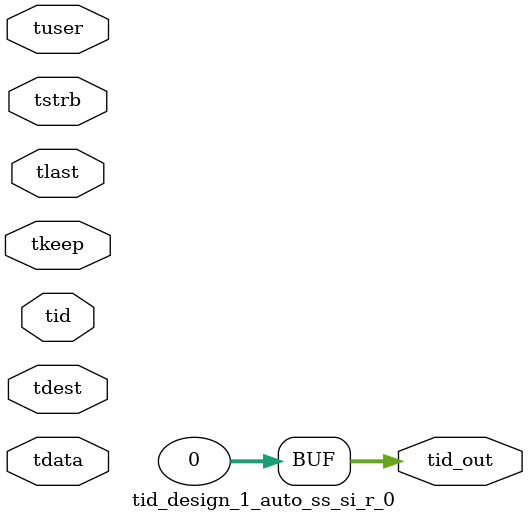
<source format=v>


`timescale 1ps/1ps

module tid_design_1_auto_ss_si_r_0 #
(
parameter C_S_AXIS_TID_WIDTH   = 1,
parameter C_S_AXIS_TUSER_WIDTH = 0,
parameter C_S_AXIS_TDATA_WIDTH = 0,
parameter C_S_AXIS_TDEST_WIDTH = 0,
parameter C_M_AXIS_TID_WIDTH   = 32
)
(
input  [(C_S_AXIS_TID_WIDTH   == 0 ? 1 : C_S_AXIS_TID_WIDTH)-1:0       ] tid,
input  [(C_S_AXIS_TDATA_WIDTH == 0 ? 1 : C_S_AXIS_TDATA_WIDTH)-1:0     ] tdata,
input  [(C_S_AXIS_TUSER_WIDTH == 0 ? 1 : C_S_AXIS_TUSER_WIDTH)-1:0     ] tuser,
input  [(C_S_AXIS_TDEST_WIDTH == 0 ? 1 : C_S_AXIS_TDEST_WIDTH)-1:0     ] tdest,
input  [(C_S_AXIS_TDATA_WIDTH/8)-1:0 ] tkeep,
input  [(C_S_AXIS_TDATA_WIDTH/8)-1:0 ] tstrb,
input                                                                    tlast,
output [(C_M_AXIS_TID_WIDTH   == 0 ? 1 : C_M_AXIS_TID_WIDTH)-1:0       ] tid_out
);

assign tid_out = {1'b0};

endmodule


</source>
